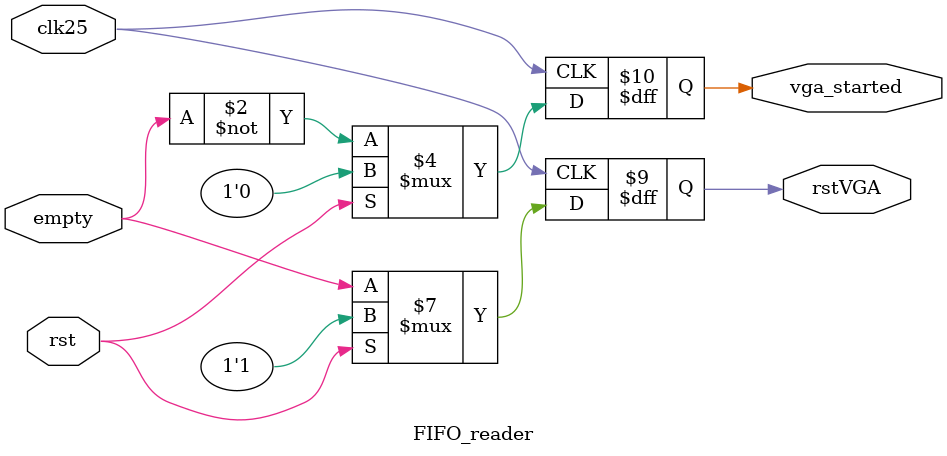
<source format=v>
module FIFO_reader(clk25, rst, empty, rstVGA, vga_started);

input clk25, rst, empty;
output reg rstVGA, vga_started;

// Lógica de rstVGA
always @(posedge clk25)
begin
	if (rst)
	begin
		rstVGA <= 1;
		vga_started <= 0;
	end
	else
	begin
		rstVGA <= empty;
		vga_started <= ~empty;
	end

end


endmodule

</source>
